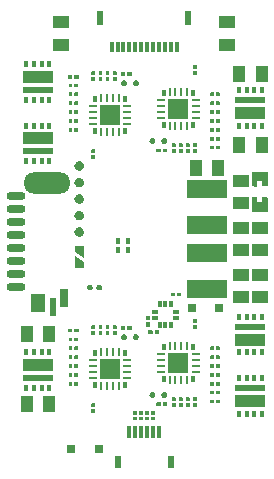
<source format=gbr>
G04*
G04 #@! TF.GenerationSoftware,Altium Limited,Altium Designer,24.1.2 (44)*
G04*
G04 Layer_Color=128*
%FSLAX25Y25*%
%MOIN*%
G70*
G04*
G04 #@! TF.SameCoordinates,8AA45DA3-EFE9-42F3-ADE2-6CCF78DF1A05*
G04*
G04*
G04 #@! TF.FilePolarity,Positive*
G04*
G01*
G75*
%ADD21R,0.01575X0.02362*%
%ADD22R,0.09843X0.01968*%
%ADD23R,0.09843X0.03937*%
%ADD30R,0.02362X0.04724*%
%ADD31R,0.01181X0.03543*%
%ADD32R,0.05315X0.03937*%
%ADD33R,0.01575X0.02126*%
%ADD35R,0.03937X0.05315*%
%ADD92R,0.01181X0.03937*%
%ADD93R,0.02362X0.03937*%
%ADD94O,0.15748X0.07087*%
%ADD95R,0.03150X0.05906*%
%ADD96R,0.01968X0.05906*%
%ADD97O,0.06299X0.02756*%
%ADD98R,0.05118X0.06496*%
%ADD99R,0.06693X0.06693*%
%ADD100R,0.02756X0.00984*%
%ADD101R,0.01339X0.01968*%
%ADD102R,0.00984X0.02756*%
%ADD103R,0.13780X0.06000*%
%ADD104R,0.01968X0.01181*%
%ADD105R,0.01181X0.01968*%
%ADD108R,0.03150X0.02953*%
G36*
X68748Y138461D02*
Y137421D01*
X68654Y137327D01*
X67567D01*
X67472Y137421D01*
Y138461D01*
X67567Y138556D01*
X68654D01*
X68748Y138461D01*
D02*
G37*
G36*
Y136594D02*
Y135555D01*
X68654Y135460D01*
X67567D01*
X67472Y135555D01*
Y136594D01*
X67567Y136689D01*
X68654D01*
X68748Y136594D01*
D02*
G37*
G36*
X41976Y136493D02*
Y135453D01*
X41882Y135358D01*
X40795D01*
X40701Y135453D01*
Y136493D01*
X40795Y136587D01*
X41882D01*
X41976Y136493D01*
D02*
G37*
G36*
X39614D02*
Y135453D01*
X39520Y135358D01*
X38433D01*
X38339Y135453D01*
Y136493D01*
X38433Y136587D01*
X39520D01*
X39614Y136493D01*
D02*
G37*
G36*
X37252D02*
Y135453D01*
X37157Y135358D01*
X36071D01*
X35976Y135453D01*
Y136493D01*
X36071Y136587D01*
X37157D01*
X37252Y136493D01*
D02*
G37*
G36*
X34890D02*
Y135453D01*
X34795Y135358D01*
X33709D01*
X33614Y135453D01*
Y136493D01*
X33709Y136587D01*
X34795D01*
X34890Y136493D01*
D02*
G37*
G36*
X47080Y136370D02*
Y135284D01*
X46986Y135189D01*
X45689D01*
X45594Y135284D01*
Y136370D01*
X45689Y136465D01*
X46986D01*
X47080Y136370D01*
D02*
G37*
G36*
X44957D02*
Y135284D01*
X44862Y135189D01*
X43565D01*
X43471Y135284D01*
Y136370D01*
X43565Y136465D01*
X44862D01*
X44957Y136370D01*
D02*
G37*
G36*
X29364Y135386D02*
Y134299D01*
X29269Y134205D01*
X27972D01*
X27878Y134299D01*
Y135386D01*
X27972Y135480D01*
X29269D01*
X29364Y135386D01*
D02*
G37*
G36*
X27240D02*
Y134299D01*
X27146Y134205D01*
X25849D01*
X25754Y134299D01*
Y135386D01*
X25849Y135480D01*
X27146D01*
X27240Y135386D01*
D02*
G37*
G36*
X41976Y134626D02*
Y133586D01*
X41882Y133492D01*
X40795D01*
X40701Y133586D01*
Y134626D01*
X40795Y134721D01*
X41882D01*
X41976Y134626D01*
D02*
G37*
G36*
X39614D02*
Y133586D01*
X39520Y133492D01*
X38433D01*
X38339Y133586D01*
Y134626D01*
X38433Y134721D01*
X39520D01*
X39614Y134626D01*
D02*
G37*
G36*
X37252D02*
Y133586D01*
X37157Y133492D01*
X36071D01*
X35976Y133586D01*
Y134626D01*
X36071Y134721D01*
X37157D01*
X37252Y134626D01*
D02*
G37*
G36*
X34890D02*
Y133586D01*
X34795Y133492D01*
X33709D01*
X33614Y133586D01*
Y134626D01*
X33709Y134721D01*
X34795D01*
X34890Y134626D01*
D02*
G37*
G36*
X48522Y133661D02*
X48712Y133624D01*
X48891Y133549D01*
X49053Y133442D01*
X49190Y133305D01*
X49297Y133143D01*
X49372Y132964D01*
X49409Y132774D01*
Y132677D01*
Y132580D01*
X49372Y132390D01*
X49297Y132211D01*
X49190Y132050D01*
X49053Y131913D01*
X48891Y131805D01*
X48712Y131731D01*
X48522Y131693D01*
X48328D01*
X48138Y131731D01*
X47959Y131805D01*
X47798Y131913D01*
X47661Y132050D01*
X47553Y132211D01*
X47479Y132390D01*
X47441Y132580D01*
Y132677D01*
X47441Y132774D01*
X47479Y132964D01*
X47553Y133143D01*
X47661Y133305D01*
X47798Y133442D01*
X47959Y133549D01*
X48138Y133624D01*
X48328Y133661D01*
X48425D01*
X48522Y133661D01*
D02*
G37*
G36*
X44585D02*
X44775Y133624D01*
X44954Y133549D01*
X45116Y133442D01*
X45253Y133305D01*
X45360Y133143D01*
X45435Y132964D01*
X45472Y132774D01*
Y132677D01*
Y132580D01*
X45435Y132390D01*
X45360Y132211D01*
X45253Y132050D01*
X45116Y131913D01*
X44954Y131805D01*
X44775Y131731D01*
X44585Y131693D01*
X44391D01*
X44201Y131731D01*
X44022Y131805D01*
X43861Y131913D01*
X43724Y132050D01*
X43616Y132211D01*
X43542Y132390D01*
X43504Y132580D01*
Y132677D01*
X43504Y132774D01*
X43542Y132964D01*
X43616Y133143D01*
X43724Y133305D01*
X43861Y133442D01*
X44022Y133549D01*
X44201Y133624D01*
X44391Y133661D01*
X44488D01*
X44585Y133661D01*
D02*
G37*
G36*
X29107Y132433D02*
Y131346D01*
X29012Y131252D01*
X27972D01*
X27878Y131346D01*
Y132433D01*
X27972Y132528D01*
X29012D01*
X29107Y132433D01*
D02*
G37*
G36*
X27240D02*
Y131346D01*
X27146Y131252D01*
X26106D01*
X26011Y131346D01*
Y132433D01*
X26106Y132528D01*
X27146D01*
X27240Y132433D01*
D02*
G37*
G36*
X76351Y129480D02*
Y128394D01*
X76256Y128299D01*
X75217D01*
X75122Y128394D01*
Y129480D01*
X75217Y129575D01*
X76256D01*
X76351Y129480D01*
D02*
G37*
G36*
X74484D02*
Y128394D01*
X74390Y128299D01*
X73350D01*
X73255Y128394D01*
Y129480D01*
X73350Y129575D01*
X74390D01*
X74484Y129480D01*
D02*
G37*
G36*
X29107D02*
Y128394D01*
X29012Y128299D01*
X27972D01*
X27878Y128394D01*
Y129480D01*
X27972Y129575D01*
X29012D01*
X29107Y129480D01*
D02*
G37*
G36*
X27240D02*
Y128394D01*
X27146Y128299D01*
X26106D01*
X26011Y128394D01*
Y129480D01*
X26106Y129575D01*
X27146D01*
X27240Y129480D01*
D02*
G37*
G36*
X76351Y126528D02*
Y125441D01*
X76256Y125347D01*
X75217D01*
X75122Y125441D01*
Y126528D01*
X75217Y126622D01*
X76256D01*
X76351Y126528D01*
D02*
G37*
G36*
X74484D02*
Y125441D01*
X74390Y125347D01*
X73350D01*
X73255Y125441D01*
Y126528D01*
X73350Y126622D01*
X74390D01*
X74484Y126528D01*
D02*
G37*
G36*
X29107D02*
Y125441D01*
X29012Y125347D01*
X27972D01*
X27878Y125441D01*
Y126528D01*
X27972Y126622D01*
X29012D01*
X29107Y126528D01*
D02*
G37*
G36*
X27240D02*
Y125441D01*
X27146Y125347D01*
X26106D01*
X26011Y125441D01*
Y126528D01*
X26106Y126622D01*
X27146D01*
X27240Y126528D01*
D02*
G37*
G36*
X76351Y123575D02*
Y122488D01*
X76256Y122394D01*
X75217D01*
X75122Y122488D01*
Y123575D01*
X75217Y123669D01*
X76256D01*
X76351Y123575D01*
D02*
G37*
G36*
X74484D02*
Y122488D01*
X74390Y122394D01*
X73350D01*
X73255Y122488D01*
Y123575D01*
X73350Y123669D01*
X74390D01*
X74484Y123575D01*
D02*
G37*
G36*
X29107D02*
Y122488D01*
X29012Y122394D01*
X27972D01*
X27878Y122488D01*
Y123575D01*
X27972Y123669D01*
X29012D01*
X29107Y123575D01*
D02*
G37*
G36*
X27240D02*
Y122488D01*
X27146Y122394D01*
X26106D01*
X26011Y122488D01*
Y123575D01*
X26106Y123669D01*
X27146D01*
X27240Y123575D01*
D02*
G37*
G36*
X76351Y120622D02*
Y119535D01*
X76256Y119441D01*
X75217D01*
X75122Y119535D01*
Y120622D01*
X75217Y120717D01*
X76256D01*
X76351Y120622D01*
D02*
G37*
G36*
X74484D02*
Y119535D01*
X74390Y119441D01*
X73350D01*
X73255Y119535D01*
Y120622D01*
X73350Y120717D01*
X74390D01*
X74484Y120622D01*
D02*
G37*
G36*
X29107D02*
Y119535D01*
X29012Y119441D01*
X27972D01*
X27878Y119535D01*
Y120622D01*
X27972Y120717D01*
X29012D01*
X29107Y120622D01*
D02*
G37*
G36*
X27240D02*
Y119535D01*
X27146Y119441D01*
X26106D01*
X26011Y119535D01*
Y120622D01*
X26106Y120717D01*
X27146D01*
X27240Y120622D01*
D02*
G37*
G36*
X76351Y117669D02*
Y116583D01*
X76256Y116488D01*
X75217D01*
X75122Y116583D01*
Y117669D01*
X75217Y117764D01*
X76256D01*
X76351Y117669D01*
D02*
G37*
G36*
X74484D02*
Y116583D01*
X74390Y116488D01*
X73350D01*
X73255Y116583D01*
Y117669D01*
X73350Y117764D01*
X74390D01*
X74484Y117669D01*
D02*
G37*
G36*
X29107D02*
Y116583D01*
X29012Y116488D01*
X27972D01*
X27878Y116583D01*
Y117669D01*
X27972Y117764D01*
X29012D01*
X29107Y117669D01*
D02*
G37*
G36*
X27240D02*
Y116583D01*
X27146Y116488D01*
X26106D01*
X26011Y116583D01*
Y117669D01*
X26106Y117764D01*
X27146D01*
X27240Y117669D01*
D02*
G37*
G36*
X76351Y114716D02*
Y113630D01*
X76256Y113535D01*
X75217D01*
X75122Y113630D01*
Y114716D01*
X75217Y114811D01*
X76256D01*
X76351Y114716D01*
D02*
G37*
G36*
X74484D02*
Y113630D01*
X74390Y113535D01*
X73350D01*
X73255Y113630D01*
Y114716D01*
X73350Y114811D01*
X74390D01*
X74484Y114716D01*
D02*
G37*
G36*
X57971Y114370D02*
X58161Y114332D01*
X58340Y114258D01*
X58501Y114150D01*
X58639Y114013D01*
X58746Y113852D01*
X58820Y113673D01*
X58858Y113483D01*
Y113386D01*
Y113289D01*
X58820Y113099D01*
X58746Y112920D01*
X58639Y112758D01*
X58501Y112621D01*
X58340Y112514D01*
X58161Y112439D01*
X57971Y112402D01*
X57777D01*
X57587Y112439D01*
X57408Y112514D01*
X57247Y112621D01*
X57109Y112758D01*
X57002Y112920D01*
X56928Y113099D01*
X56890Y113289D01*
Y113386D01*
X56890Y113483D01*
X56928Y113673D01*
X57002Y113852D01*
X57109Y114013D01*
X57247Y114150D01*
X57408Y114258D01*
X57587Y114332D01*
X57777Y114370D01*
X57874D01*
X57971Y114370D01*
D02*
G37*
G36*
X54034D02*
X54224Y114332D01*
X54403Y114258D01*
X54564Y114150D01*
X54702Y114013D01*
X54809Y113852D01*
X54883Y113673D01*
X54921Y113483D01*
Y113386D01*
Y113289D01*
X54883Y113099D01*
X54809Y112920D01*
X54702Y112758D01*
X54564Y112621D01*
X54403Y112514D01*
X54224Y112439D01*
X54034Y112402D01*
X53840D01*
X53650Y112439D01*
X53471Y112514D01*
X53310Y112621D01*
X53172Y112758D01*
X53065Y112920D01*
X52991Y113099D01*
X52953Y113289D01*
Y113386D01*
X52953Y113483D01*
X52991Y113673D01*
X53065Y113852D01*
X53172Y114013D01*
X53310Y114150D01*
X53471Y114258D01*
X53650Y114332D01*
X53840Y114370D01*
X53937D01*
X54034Y114370D01*
D02*
G37*
G36*
X68748Y112477D02*
Y111437D01*
X68654Y111343D01*
X67567D01*
X67472Y111437D01*
Y112477D01*
X67567Y112571D01*
X68654D01*
X68748Y112477D01*
D02*
G37*
G36*
X66386D02*
Y111437D01*
X66291Y111343D01*
X65205D01*
X65110Y111437D01*
Y112477D01*
X65205Y112571D01*
X66291D01*
X66386Y112477D01*
D02*
G37*
G36*
X64024D02*
Y111437D01*
X63929Y111343D01*
X62843D01*
X62748Y111437D01*
Y112477D01*
X62843Y112571D01*
X63929D01*
X64024Y112477D01*
D02*
G37*
G36*
X61661D02*
Y111437D01*
X61567Y111343D01*
X60480D01*
X60386Y111437D01*
Y112477D01*
X60480Y112571D01*
X61567D01*
X61661Y112477D01*
D02*
G37*
G36*
X76608Y111764D02*
Y110677D01*
X76513Y110583D01*
X75217D01*
X75122Y110677D01*
Y111764D01*
X75217Y111858D01*
X76513D01*
X76608Y111764D01*
D02*
G37*
G36*
X74484D02*
Y110677D01*
X74390Y110583D01*
X73093D01*
X72998Y110677D01*
Y111764D01*
X73093Y111858D01*
X74390D01*
X74484Y111764D01*
D02*
G37*
G36*
X58891Y110780D02*
Y109693D01*
X58797Y109598D01*
X57500D01*
X57406Y109693D01*
Y110780D01*
X57500Y110874D01*
X58797D01*
X58891Y110780D01*
D02*
G37*
G36*
X56768D02*
Y109693D01*
X56673Y109598D01*
X55376D01*
X55282Y109693D01*
Y110780D01*
X55376Y110874D01*
X56673D01*
X56768Y110780D01*
D02*
G37*
G36*
X68748Y110610D02*
Y109570D01*
X68654Y109476D01*
X67567D01*
X67472Y109570D01*
Y110610D01*
X67567Y110705D01*
X68654D01*
X68748Y110610D01*
D02*
G37*
G36*
X66386D02*
Y109570D01*
X66291Y109476D01*
X65205D01*
X65110Y109570D01*
Y110610D01*
X65205Y110705D01*
X66291D01*
X66386Y110610D01*
D02*
G37*
G36*
X64024D02*
Y109570D01*
X63929Y109476D01*
X62843D01*
X62748Y109570D01*
Y110610D01*
X62843Y110705D01*
X63929D01*
X64024Y110610D01*
D02*
G37*
G36*
X61661D02*
Y109570D01*
X61567Y109476D01*
X60480D01*
X60386Y109570D01*
Y110610D01*
X60480Y110705D01*
X61567D01*
X61661Y110610D01*
D02*
G37*
G36*
X34890Y110508D02*
Y109468D01*
X34795Y109374D01*
X33709D01*
X33614Y109468D01*
Y110508D01*
X33709Y110603D01*
X34795D01*
X34890Y110508D01*
D02*
G37*
G36*
Y108642D02*
Y107602D01*
X34795Y107507D01*
X33709D01*
X33614Y107602D01*
Y108642D01*
X33709Y108736D01*
X34795D01*
X34890Y108642D01*
D02*
G37*
G36*
X29987Y106632D02*
X30274Y106514D01*
X30531Y106341D01*
X30751Y106122D01*
X30923Y105864D01*
X31042Y105578D01*
X31102Y105273D01*
Y105118D01*
Y104963D01*
X31042Y104659D01*
X30923Y104372D01*
X30751Y104114D01*
X30531Y103895D01*
X30274Y103723D01*
X29987Y103604D01*
X29683Y103543D01*
X29373D01*
X29068Y103604D01*
X28782Y103723D01*
X28524Y103895D01*
X28304Y104114D01*
X28132Y104372D01*
X28013Y104659D01*
X27953Y104963D01*
Y105118D01*
Y105273D01*
X28013Y105578D01*
X28132Y105864D01*
X28304Y106122D01*
X28524Y106341D01*
X28782Y106514D01*
X29068Y106632D01*
X29373Y106693D01*
X29683D01*
X29987Y106632D01*
D02*
G37*
G36*
X92480Y102953D02*
Y98425D01*
X92283Y98228D01*
X90630Y98248D01*
Y99980D01*
X88858D01*
Y98209D01*
X87244Y98228D01*
X87047Y98425D01*
Y102953D01*
X87244Y103150D01*
X92283D01*
X92480Y102953D01*
D02*
G37*
G36*
X29987Y101121D02*
X30274Y101002D01*
X30531Y100830D01*
X30751Y100610D01*
X30923Y100352D01*
X31042Y100066D01*
X31102Y99761D01*
Y99606D01*
Y99451D01*
X31042Y99147D01*
X30923Y98860D01*
X30751Y98602D01*
X30531Y98383D01*
X30274Y98211D01*
X29987Y98092D01*
X29683Y98032D01*
X29373D01*
X29068Y98092D01*
X28782Y98211D01*
X28524Y98383D01*
X28304Y98602D01*
X28132Y98860D01*
X28013Y99147D01*
X27953Y99451D01*
Y99606D01*
Y99761D01*
X28013Y100066D01*
X28132Y100352D01*
X28304Y100610D01*
X28524Y100830D01*
X28782Y101002D01*
X29068Y101121D01*
X29373Y101181D01*
X29683D01*
X29987Y101121D01*
D02*
G37*
G36*
X92480Y94488D02*
Y89961D01*
X92283Y89764D01*
X87244D01*
X87047Y89961D01*
Y94488D01*
X87244Y94685D01*
X88858Y94665D01*
Y92933D01*
X90630D01*
Y94685D01*
X92283Y94685D01*
X92480Y94488D01*
D02*
G37*
G36*
X29987Y95609D02*
X30274Y95490D01*
X30531Y95318D01*
X30751Y95098D01*
X30923Y94840D01*
X31042Y94554D01*
X31102Y94250D01*
Y94095D01*
Y93939D01*
X31042Y93635D01*
X30923Y93349D01*
X30751Y93091D01*
X30531Y92871D01*
X30274Y92699D01*
X29987Y92580D01*
X29683Y92520D01*
X29373D01*
X29068Y92580D01*
X28782Y92699D01*
X28524Y92871D01*
X28304Y93091D01*
X28132Y93349D01*
X28013Y93635D01*
X27953Y93939D01*
Y94095D01*
Y94250D01*
X28013Y94554D01*
X28132Y94840D01*
X28304Y95098D01*
X28524Y95318D01*
X28782Y95490D01*
X29068Y95609D01*
X29373Y95669D01*
X29683D01*
X29987Y95609D01*
D02*
G37*
G36*
Y90097D02*
X30274Y89978D01*
X30531Y89806D01*
X30751Y89587D01*
X30923Y89329D01*
X31042Y89042D01*
X31102Y88738D01*
Y88583D01*
Y88428D01*
X31042Y88123D01*
X30923Y87837D01*
X30751Y87579D01*
X30531Y87359D01*
X30274Y87187D01*
X29987Y87068D01*
X29683Y87008D01*
X29373D01*
X29068Y87068D01*
X28782Y87187D01*
X28524Y87359D01*
X28304Y87579D01*
X28132Y87837D01*
X28013Y88123D01*
X27953Y88428D01*
Y88583D01*
Y88738D01*
X28013Y89042D01*
X28132Y89329D01*
X28304Y89587D01*
X28524Y89806D01*
X28782Y89978D01*
X29068Y90097D01*
X29373Y90158D01*
X29683D01*
X29987Y90097D01*
D02*
G37*
G36*
Y84585D02*
X30274Y84466D01*
X30531Y84294D01*
X30751Y84075D01*
X30923Y83817D01*
X31042Y83530D01*
X31102Y83226D01*
Y83071D01*
Y82916D01*
X31042Y82612D01*
X30923Y82325D01*
X30751Y82067D01*
X30531Y81848D01*
X30274Y81675D01*
X29987Y81557D01*
X29683Y81496D01*
X29373D01*
X29068Y81557D01*
X28782Y81675D01*
X28524Y81848D01*
X28304Y82067D01*
X28132Y82325D01*
X28013Y82612D01*
X27953Y82916D01*
Y83071D01*
Y83226D01*
X28013Y83530D01*
X28132Y83817D01*
X28304Y84075D01*
X28524Y84294D01*
X28782Y84466D01*
X29068Y84585D01*
X29373Y84646D01*
X29683D01*
X29987Y84585D01*
D02*
G37*
G36*
X31028Y74553D02*
X28028Y76553D01*
Y78553D01*
X31028D01*
Y74553D01*
D02*
G37*
G36*
X31028Y73053D02*
Y71053D01*
X28028D01*
Y75053D01*
X31028Y73053D01*
D02*
G37*
G36*
X36317Y65551D02*
X36508Y65513D01*
X36687Y65439D01*
X36848Y65331D01*
X36985Y65194D01*
X37093Y65033D01*
X37167Y64854D01*
X37205Y64664D01*
Y64567D01*
Y64470D01*
X37167Y64280D01*
X37093Y64101D01*
X36985Y63939D01*
X36848Y63802D01*
X36687Y63695D01*
X36508Y63621D01*
X36317Y63583D01*
X36123D01*
X35933Y63621D01*
X35754Y63695D01*
X35593Y63802D01*
X35456Y63939D01*
X35348Y64101D01*
X35274Y64280D01*
X35236Y64470D01*
Y64567D01*
X35236Y64664D01*
X35274Y64854D01*
X35348Y65033D01*
X35456Y65194D01*
X35593Y65331D01*
X35754Y65439D01*
X35933Y65513D01*
X36123Y65551D01*
X36220D01*
X36317Y65551D01*
D02*
G37*
G36*
X33168D02*
X33358Y65513D01*
X33537Y65439D01*
X33698Y65331D01*
X33835Y65194D01*
X33943Y65033D01*
X34017Y64854D01*
X34055Y64664D01*
Y64567D01*
Y64470D01*
X34017Y64280D01*
X33943Y64101D01*
X33835Y63939D01*
X33698Y63802D01*
X33537Y63695D01*
X33358Y63621D01*
X33168Y63583D01*
X32974D01*
X32784Y63621D01*
X32605Y63695D01*
X32443Y63802D01*
X32306Y63939D01*
X32199Y64101D01*
X32125Y64280D01*
X32087Y64470D01*
Y64567D01*
X32087Y64664D01*
X32125Y64854D01*
X32199Y65033D01*
X32306Y65194D01*
X32443Y65331D01*
X32605Y65439D01*
X32784Y65513D01*
X32974Y65551D01*
X33071D01*
X33168Y65551D01*
D02*
G37*
G36*
X63616Y62748D02*
Y61661D01*
X63521Y61567D01*
X62224D01*
X62130Y61661D01*
Y62748D01*
X62224Y62843D01*
X63521D01*
X63616Y62748D01*
D02*
G37*
G36*
X61492D02*
Y61661D01*
X61398Y61567D01*
X60101D01*
X60006Y61661D01*
Y62748D01*
X60101Y62843D01*
X61398D01*
X61492Y62748D01*
D02*
G37*
G36*
X53000Y55057D02*
Y53760D01*
X52905Y53665D01*
X51819D01*
X51724Y53760D01*
Y55057D01*
X51819Y55151D01*
X52905D01*
X53000Y55057D01*
D02*
G37*
G36*
X68748Y53816D02*
Y52776D01*
X68654Y52681D01*
X67567D01*
X67472Y52776D01*
Y53816D01*
X67567Y53910D01*
X68654D01*
X68748Y53816D01*
D02*
G37*
G36*
X53000Y52933D02*
Y51636D01*
X52905Y51542D01*
X51819D01*
X51724Y51636D01*
Y52933D01*
X51819Y53028D01*
X52905D01*
X53000Y52933D01*
D02*
G37*
G36*
X68748Y51949D02*
Y50909D01*
X68654Y50814D01*
X67567D01*
X67472Y50909D01*
Y51949D01*
X67567Y52043D01*
X68654D01*
X68748Y51949D01*
D02*
G37*
G36*
X41976Y51847D02*
Y50807D01*
X41882Y50713D01*
X40795D01*
X40701Y50807D01*
Y51847D01*
X40795Y51941D01*
X41882D01*
X41976Y51847D01*
D02*
G37*
G36*
X39614D02*
Y50807D01*
X39520Y50713D01*
X38433D01*
X38339Y50807D01*
Y51847D01*
X38433Y51941D01*
X39520D01*
X39614Y51847D01*
D02*
G37*
G36*
X37252D02*
Y50807D01*
X37157Y50713D01*
X36071D01*
X35976Y50807D01*
Y51847D01*
X36071Y51941D01*
X37157D01*
X37252Y51847D01*
D02*
G37*
G36*
X34890D02*
Y50807D01*
X34795Y50713D01*
X33709D01*
X33614Y50807D01*
Y51847D01*
X33709Y51941D01*
X34795D01*
X34890Y51847D01*
D02*
G37*
G36*
X47080Y51724D02*
Y50638D01*
X46986Y50543D01*
X45689D01*
X45594Y50638D01*
Y51724D01*
X45689Y51819D01*
X46986D01*
X47080Y51724D01*
D02*
G37*
G36*
X44957D02*
Y50638D01*
X44862Y50543D01*
X43565D01*
X43471Y50638D01*
Y51724D01*
X43565Y51819D01*
X44862D01*
X44957Y51724D01*
D02*
G37*
G36*
X29364Y50740D02*
Y49654D01*
X29269Y49559D01*
X27972D01*
X27878Y49654D01*
Y50740D01*
X27972Y50835D01*
X29269D01*
X29364Y50740D01*
D02*
G37*
G36*
X27240D02*
Y49654D01*
X27146Y49559D01*
X25849D01*
X25754Y49654D01*
Y50740D01*
X25849Y50835D01*
X27146D01*
X27240Y50740D01*
D02*
G37*
G36*
X56136Y50150D02*
Y49063D01*
X56041Y48968D01*
X54744D01*
X54650Y49063D01*
Y50150D01*
X54744Y50244D01*
X56041D01*
X56136Y50150D01*
D02*
G37*
G36*
X54012D02*
Y49063D01*
X53917Y48968D01*
X52620D01*
X52526Y49063D01*
Y50150D01*
X52620Y50244D01*
X53917D01*
X54012Y50150D01*
D02*
G37*
G36*
X41976Y49980D02*
Y48940D01*
X41882Y48846D01*
X40795D01*
X40701Y48940D01*
Y49980D01*
X40795Y50075D01*
X41882D01*
X41976Y49980D01*
D02*
G37*
G36*
X39614D02*
Y48940D01*
X39520Y48846D01*
X38433D01*
X38339Y48940D01*
Y49980D01*
X38433Y50075D01*
X39520D01*
X39614Y49980D01*
D02*
G37*
G36*
X37252D02*
Y48940D01*
X37157Y48846D01*
X36071D01*
X35976Y48940D01*
Y49980D01*
X36071Y50075D01*
X37157D01*
X37252Y49980D01*
D02*
G37*
G36*
X34890D02*
Y48940D01*
X34795Y48846D01*
X33709D01*
X33614Y48940D01*
Y49980D01*
X33709Y50075D01*
X34795D01*
X34890Y49980D01*
D02*
G37*
G36*
X48522Y49016D02*
X48712Y48978D01*
X48891Y48904D01*
X49053Y48796D01*
X49190Y48659D01*
X49297Y48498D01*
X49372Y48319D01*
X49409Y48128D01*
Y48031D01*
Y47935D01*
X49372Y47744D01*
X49297Y47565D01*
X49190Y47404D01*
X49053Y47267D01*
X48891Y47159D01*
X48712Y47085D01*
X48522Y47047D01*
X48328D01*
X48138Y47085D01*
X47959Y47159D01*
X47798Y47267D01*
X47661Y47404D01*
X47553Y47565D01*
X47479Y47744D01*
X47441Y47935D01*
Y48031D01*
X47441Y48128D01*
X47479Y48319D01*
X47553Y48498D01*
X47661Y48659D01*
X47798Y48796D01*
X47959Y48904D01*
X48138Y48978D01*
X48328Y49016D01*
X48425D01*
X48522Y49016D01*
D02*
G37*
G36*
X44585D02*
X44775Y48978D01*
X44954Y48904D01*
X45116Y48796D01*
X45253Y48659D01*
X45360Y48498D01*
X45435Y48319D01*
X45472Y48128D01*
Y48031D01*
Y47935D01*
X45435Y47744D01*
X45360Y47565D01*
X45253Y47404D01*
X45116Y47267D01*
X44954Y47159D01*
X44775Y47085D01*
X44585Y47047D01*
X44391D01*
X44201Y47085D01*
X44022Y47159D01*
X43861Y47267D01*
X43724Y47404D01*
X43616Y47565D01*
X43542Y47744D01*
X43504Y47935D01*
Y48031D01*
X43504Y48128D01*
X43542Y48319D01*
X43616Y48498D01*
X43724Y48659D01*
X43861Y48796D01*
X44022Y48904D01*
X44201Y48978D01*
X44391Y49016D01*
X44488D01*
X44585Y49016D01*
D02*
G37*
G36*
X29107Y47787D02*
Y46701D01*
X29012Y46606D01*
X27972D01*
X27878Y46701D01*
Y47787D01*
X27972Y47882D01*
X29012D01*
X29107Y47787D01*
D02*
G37*
G36*
X27240D02*
Y46701D01*
X27146Y46606D01*
X26106D01*
X26011Y46701D01*
Y47787D01*
X26106Y47882D01*
X27146D01*
X27240Y47787D01*
D02*
G37*
G36*
X76351Y44835D02*
Y43748D01*
X76256Y43654D01*
X75217D01*
X75122Y43748D01*
Y44835D01*
X75217Y44929D01*
X76256D01*
X76351Y44835D01*
D02*
G37*
G36*
X74484D02*
Y43748D01*
X74390Y43654D01*
X73350D01*
X73255Y43748D01*
Y44835D01*
X73350Y44929D01*
X74390D01*
X74484Y44835D01*
D02*
G37*
G36*
X29107D02*
Y43748D01*
X29012Y43654D01*
X27972D01*
X27878Y43748D01*
Y44835D01*
X27972Y44929D01*
X29012D01*
X29107Y44835D01*
D02*
G37*
G36*
X27240D02*
Y43748D01*
X27146Y43654D01*
X26106D01*
X26011Y43748D01*
Y44835D01*
X26106Y44929D01*
X27146D01*
X27240Y44835D01*
D02*
G37*
G36*
X76351Y41882D02*
Y40795D01*
X76256Y40701D01*
X75217D01*
X75122Y40795D01*
Y41882D01*
X75217Y41976D01*
X76256D01*
X76351Y41882D01*
D02*
G37*
G36*
X74484D02*
Y40795D01*
X74390Y40701D01*
X73350D01*
X73255Y40795D01*
Y41882D01*
X73350Y41976D01*
X74390D01*
X74484Y41882D01*
D02*
G37*
G36*
X29107D02*
Y40795D01*
X29012Y40701D01*
X27972D01*
X27878Y40795D01*
Y41882D01*
X27972Y41976D01*
X29012D01*
X29107Y41882D01*
D02*
G37*
G36*
X27240D02*
Y40795D01*
X27146Y40701D01*
X26106D01*
X26011Y40795D01*
Y41882D01*
X26106Y41976D01*
X27146D01*
X27240Y41882D01*
D02*
G37*
G36*
X76351Y38929D02*
Y37843D01*
X76256Y37748D01*
X75217D01*
X75122Y37843D01*
Y38929D01*
X75217Y39024D01*
X76256D01*
X76351Y38929D01*
D02*
G37*
G36*
X74484D02*
Y37843D01*
X74390Y37748D01*
X73350D01*
X73255Y37843D01*
Y38929D01*
X73350Y39024D01*
X74390D01*
X74484Y38929D01*
D02*
G37*
G36*
X29107D02*
Y37843D01*
X29012Y37748D01*
X27972D01*
X27878Y37843D01*
Y38929D01*
X27972Y39024D01*
X29012D01*
X29107Y38929D01*
D02*
G37*
G36*
X27240D02*
Y37843D01*
X27146Y37748D01*
X26106D01*
X26011Y37843D01*
Y38929D01*
X26106Y39024D01*
X27146D01*
X27240Y38929D01*
D02*
G37*
G36*
X76351Y35976D02*
Y34890D01*
X76256Y34795D01*
X75217D01*
X75122Y34890D01*
Y35976D01*
X75217Y36071D01*
X76256D01*
X76351Y35976D01*
D02*
G37*
G36*
X74484D02*
Y34890D01*
X74390Y34795D01*
X73350D01*
X73255Y34890D01*
Y35976D01*
X73350Y36071D01*
X74390D01*
X74484Y35976D01*
D02*
G37*
G36*
X29107D02*
Y34890D01*
X29012Y34795D01*
X27972D01*
X27878Y34890D01*
Y35976D01*
X27972Y36071D01*
X29012D01*
X29107Y35976D01*
D02*
G37*
G36*
X27240D02*
Y34890D01*
X27146Y34795D01*
X26106D01*
X26011Y34890D01*
Y35976D01*
X26106Y36071D01*
X27146D01*
X27240Y35976D01*
D02*
G37*
G36*
X76351Y33024D02*
Y31937D01*
X76256Y31842D01*
X75217D01*
X75122Y31937D01*
Y33024D01*
X75217Y33118D01*
X76256D01*
X76351Y33024D01*
D02*
G37*
G36*
X74484D02*
Y31937D01*
X74390Y31842D01*
X73350D01*
X73255Y31937D01*
Y33024D01*
X73350Y33118D01*
X74390D01*
X74484Y33024D01*
D02*
G37*
G36*
X29107D02*
Y31937D01*
X29012Y31842D01*
X27972D01*
X27878Y31937D01*
Y33024D01*
X27972Y33118D01*
X29012D01*
X29107Y33024D01*
D02*
G37*
G36*
X27240D02*
Y31937D01*
X27146Y31842D01*
X26106D01*
X26011Y31937D01*
Y33024D01*
X26106Y33118D01*
X27146D01*
X27240Y33024D01*
D02*
G37*
G36*
X76351Y30071D02*
Y28984D01*
X76256Y28890D01*
X75217D01*
X75122Y28984D01*
Y30071D01*
X75217Y30165D01*
X76256D01*
X76351Y30071D01*
D02*
G37*
G36*
X74484D02*
Y28984D01*
X74390Y28890D01*
X73350D01*
X73255Y28984D01*
Y30071D01*
X73350Y30165D01*
X74390D01*
X74484Y30071D01*
D02*
G37*
G36*
X57971Y29724D02*
X58161Y29687D01*
X58340Y29612D01*
X58501Y29505D01*
X58639Y29368D01*
X58746Y29206D01*
X58820Y29027D01*
X58858Y28837D01*
Y28740D01*
Y28643D01*
X58820Y28453D01*
X58746Y28274D01*
X58639Y28113D01*
X58501Y27976D01*
X58340Y27868D01*
X58161Y27794D01*
X57971Y27756D01*
X57777D01*
X57587Y27794D01*
X57408Y27868D01*
X57247Y27976D01*
X57109Y28113D01*
X57002Y28274D01*
X56928Y28453D01*
X56890Y28643D01*
Y28740D01*
X56890Y28837D01*
X56928Y29027D01*
X57002Y29206D01*
X57109Y29368D01*
X57247Y29505D01*
X57408Y29612D01*
X57587Y29687D01*
X57777Y29724D01*
X57874D01*
X57971Y29724D01*
D02*
G37*
G36*
X54034D02*
X54224Y29687D01*
X54403Y29612D01*
X54564Y29505D01*
X54702Y29368D01*
X54809Y29206D01*
X54883Y29027D01*
X54921Y28837D01*
Y28740D01*
Y28643D01*
X54883Y28453D01*
X54809Y28274D01*
X54702Y28113D01*
X54564Y27976D01*
X54403Y27868D01*
X54224Y27794D01*
X54034Y27756D01*
X53840D01*
X53650Y27794D01*
X53471Y27868D01*
X53310Y27976D01*
X53172Y28113D01*
X53065Y28274D01*
X52991Y28453D01*
X52953Y28643D01*
Y28740D01*
X52953Y28837D01*
X52991Y29027D01*
X53065Y29206D01*
X53172Y29368D01*
X53310Y29505D01*
X53471Y29612D01*
X53650Y29687D01*
X53840Y29724D01*
X53937D01*
X54034Y29724D01*
D02*
G37*
G36*
X68748Y27831D02*
Y26791D01*
X68654Y26697D01*
X67567D01*
X67472Y26791D01*
Y27831D01*
X67567Y27926D01*
X68654D01*
X68748Y27831D01*
D02*
G37*
G36*
X66386D02*
Y26791D01*
X66291Y26697D01*
X65205D01*
X65110Y26791D01*
Y27831D01*
X65205Y27926D01*
X66291D01*
X66386Y27831D01*
D02*
G37*
G36*
X64024D02*
Y26791D01*
X63929Y26697D01*
X62843D01*
X62748Y26791D01*
Y27831D01*
X62843Y27926D01*
X63929D01*
X64024Y27831D01*
D02*
G37*
G36*
X61661D02*
Y26791D01*
X61567Y26697D01*
X60480D01*
X60386Y26791D01*
Y27831D01*
X60480Y27926D01*
X61567D01*
X61661Y27831D01*
D02*
G37*
G36*
X76608Y27118D02*
Y26032D01*
X76513Y25937D01*
X75217D01*
X75122Y26032D01*
Y27118D01*
X75217Y27213D01*
X76513D01*
X76608Y27118D01*
D02*
G37*
G36*
X74484D02*
Y26032D01*
X74390Y25937D01*
X73093D01*
X72998Y26032D01*
Y27118D01*
X73093Y27213D01*
X74390D01*
X74484Y27118D01*
D02*
G37*
G36*
X58891Y26134D02*
Y25047D01*
X58797Y24953D01*
X57500D01*
X57406Y25047D01*
Y26134D01*
X57500Y26228D01*
X58797D01*
X58891Y26134D01*
D02*
G37*
G36*
X56768D02*
Y25047D01*
X56673Y24953D01*
X55376D01*
X55282Y25047D01*
Y26134D01*
X55376Y26228D01*
X56673D01*
X56768Y26134D01*
D02*
G37*
G36*
X68748Y25965D02*
Y24925D01*
X68654Y24830D01*
X67567D01*
X67472Y24925D01*
Y25965D01*
X67567Y26059D01*
X68654D01*
X68748Y25965D01*
D02*
G37*
G36*
X66386D02*
Y24925D01*
X66291Y24830D01*
X65205D01*
X65110Y24925D01*
Y25965D01*
X65205Y26059D01*
X66291D01*
X66386Y25965D01*
D02*
G37*
G36*
X64024D02*
Y24925D01*
X63929Y24830D01*
X62843D01*
X62748Y24925D01*
Y25965D01*
X62843Y26059D01*
X63929D01*
X64024Y25965D01*
D02*
G37*
G36*
X61661D02*
Y24925D01*
X61567Y24830D01*
X60480D01*
X60386Y24925D01*
Y25965D01*
X60480Y26059D01*
X61567D01*
X61661Y25965D01*
D02*
G37*
G36*
X34890Y25863D02*
Y24823D01*
X34795Y24728D01*
X33709D01*
X33614Y24823D01*
Y25863D01*
X33709Y25957D01*
X34795D01*
X34890Y25863D01*
D02*
G37*
G36*
Y23996D02*
Y22956D01*
X34795Y22862D01*
X33709D01*
X33614Y22956D01*
Y23996D01*
X33709Y24091D01*
X34795D01*
X34890Y23996D01*
D02*
G37*
G36*
X54772Y23304D02*
Y22264D01*
X54677Y22169D01*
X53591D01*
X53496Y22264D01*
Y23304D01*
X53591Y23398D01*
X54677D01*
X54772Y23304D01*
D02*
G37*
G36*
X52803D02*
Y22264D01*
X52709Y22169D01*
X51622D01*
X51528Y22264D01*
Y23304D01*
X51622Y23398D01*
X52709D01*
X52803Y23304D01*
D02*
G37*
G36*
X50835D02*
Y22264D01*
X50740Y22169D01*
X49654D01*
X49559Y22264D01*
Y23304D01*
X49654Y23398D01*
X50740D01*
X50835Y23304D01*
D02*
G37*
G36*
X48866D02*
Y22264D01*
X48772Y22169D01*
X47685D01*
X47591Y22264D01*
Y23304D01*
X47685Y23398D01*
X48772D01*
X48866Y23304D01*
D02*
G37*
G36*
X54772Y21437D02*
Y20397D01*
X54677Y20303D01*
X53591D01*
X53496Y20397D01*
Y21437D01*
X53591Y21531D01*
X54677D01*
X54772Y21437D01*
D02*
G37*
G36*
X52803D02*
Y20397D01*
X52709Y20303D01*
X51622D01*
X51528Y20397D01*
Y21437D01*
X51622Y21531D01*
X52709D01*
X52803Y21437D01*
D02*
G37*
G36*
X50835D02*
Y20397D01*
X50740Y20303D01*
X49654D01*
X49559Y20397D01*
Y21437D01*
X49654Y21531D01*
X50740D01*
X50835Y21437D01*
D02*
G37*
G36*
X48866D02*
Y20397D01*
X48772Y20303D01*
X47685D01*
X47591Y20397D01*
Y21437D01*
X47685Y21531D01*
X48772D01*
X48866Y21437D01*
D02*
G37*
D21*
X19587Y31102D02*
D03*
X17028D02*
D03*
X14469D02*
D03*
X11909D02*
D03*
Y42913D02*
D03*
X14469D02*
D03*
X17028D02*
D03*
X19587D02*
D03*
Y118504D02*
D03*
X17028D02*
D03*
X14469D02*
D03*
X11909D02*
D03*
Y106693D02*
D03*
X14469D02*
D03*
X17028D02*
D03*
X19587D02*
D03*
Y127165D02*
D03*
X17028D02*
D03*
X14469D02*
D03*
X11909D02*
D03*
Y138976D02*
D03*
X14469D02*
D03*
X17028D02*
D03*
X19587D02*
D03*
X82776Y130315D02*
D03*
X85335D02*
D03*
X87894D02*
D03*
X90453D02*
D03*
Y118504D02*
D03*
X87894D02*
D03*
X85335D02*
D03*
X82776D02*
D03*
Y54724D02*
D03*
X85335D02*
D03*
X87894D02*
D03*
X90453D02*
D03*
Y42913D02*
D03*
X87894D02*
D03*
X85335D02*
D03*
X82776D02*
D03*
Y22441D02*
D03*
X85335D02*
D03*
X87894D02*
D03*
X90453D02*
D03*
Y34252D02*
D03*
X87894D02*
D03*
X85335D02*
D03*
X82776D02*
D03*
D22*
X15747Y34370D02*
D03*
Y109961D02*
D03*
Y130433D02*
D03*
X86615Y127047D02*
D03*
Y51456D02*
D03*
Y30984D02*
D03*
D23*
X15747Y38662D02*
D03*
Y114253D02*
D03*
Y134725D02*
D03*
X86615Y122755D02*
D03*
Y47164D02*
D03*
Y26692D02*
D03*
D30*
X36417Y154330D02*
D03*
X65945Y154331D02*
D03*
D31*
X62008Y144882D02*
D03*
X60039D02*
D03*
X58071D02*
D03*
X56102D02*
D03*
X54134D02*
D03*
X52165D02*
D03*
X50197D02*
D03*
X48228D02*
D03*
X46260D02*
D03*
X44291D02*
D03*
X42323D02*
D03*
X40354D02*
D03*
D32*
X23622Y152953D02*
D03*
Y145472D02*
D03*
X78740Y152953D02*
D03*
Y145472D02*
D03*
X83465Y61221D02*
D03*
Y68701D02*
D03*
X89764Y61221D02*
D03*
Y68701D02*
D03*
X83465Y92716D02*
D03*
Y100197D02*
D03*
Y84449D02*
D03*
Y76968D02*
D03*
X89764Y84449D02*
D03*
Y76968D02*
D03*
D33*
X45669D02*
D03*
X42520D02*
D03*
Y80118D02*
D03*
X45669D02*
D03*
D35*
X68307Y104331D02*
D03*
X75787D02*
D03*
X12008Y49213D02*
D03*
X19488D02*
D03*
Y25591D02*
D03*
X12008D02*
D03*
X90354Y112205D02*
D03*
X82874D02*
D03*
X90354Y135827D02*
D03*
X82874D02*
D03*
D92*
X46260Y16339D02*
D03*
X48228D02*
D03*
X50197D02*
D03*
X52165D02*
D03*
X54134D02*
D03*
X56102D02*
D03*
D93*
X60039Y6496D02*
D03*
X42323D02*
D03*
D94*
X18700Y99488D02*
D03*
D95*
X24606Y61102D02*
D03*
D96*
X20708Y57992D02*
D03*
D97*
X8464Y64842D02*
D03*
Y69173D02*
D03*
Y73503D02*
D03*
Y77834D02*
D03*
Y82165D02*
D03*
Y86496D02*
D03*
Y90826D02*
D03*
Y95157D02*
D03*
D98*
X15787Y59409D02*
D03*
D99*
X62604Y124015D02*
D03*
X39758Y37402D02*
D03*
Y122048D02*
D03*
X62604Y39370D02*
D03*
D100*
X68313Y121062D02*
D03*
Y123031D02*
D03*
Y125000D02*
D03*
Y126968D02*
D03*
X56884D02*
D03*
Y125000D02*
D03*
Y123031D02*
D03*
Y121062D02*
D03*
X45478Y40355D02*
D03*
Y38386D02*
D03*
Y36417D02*
D03*
Y34449D02*
D03*
X34049D02*
D03*
Y36417D02*
D03*
Y38386D02*
D03*
Y40355D02*
D03*
Y125001D02*
D03*
Y123032D02*
D03*
Y121063D02*
D03*
Y119095D02*
D03*
X45478D02*
D03*
Y121063D02*
D03*
Y123032D02*
D03*
Y125001D02*
D03*
X56884Y36417D02*
D03*
Y38386D02*
D03*
Y40355D02*
D03*
Y42323D02*
D03*
X68313D02*
D03*
Y40355D02*
D03*
Y38386D02*
D03*
Y36417D02*
D03*
D101*
X67526Y129436D02*
D03*
X57683D02*
D03*
Y118595D02*
D03*
X67526D02*
D03*
X34836Y42822D02*
D03*
X44679D02*
D03*
Y31981D02*
D03*
X34836D02*
D03*
Y116627D02*
D03*
X44679D02*
D03*
Y127468D02*
D03*
X34836D02*
D03*
X67526Y33950D02*
D03*
X57683D02*
D03*
Y44791D02*
D03*
X67526D02*
D03*
D102*
X65557Y129724D02*
D03*
X63589D02*
D03*
X61620D02*
D03*
X59652D02*
D03*
Y118307D02*
D03*
X61620D02*
D03*
X63589D02*
D03*
X65557D02*
D03*
X36805Y43110D02*
D03*
X38773D02*
D03*
X40742D02*
D03*
X42710D02*
D03*
Y31693D02*
D03*
X40742D02*
D03*
X38773D02*
D03*
X36805D02*
D03*
Y116339D02*
D03*
X38773D02*
D03*
X40742D02*
D03*
X42710D02*
D03*
Y127756D02*
D03*
X40742D02*
D03*
X38773D02*
D03*
X36805D02*
D03*
X65557Y33662D02*
D03*
X63589D02*
D03*
X61620D02*
D03*
X59652D02*
D03*
Y45079D02*
D03*
X61620D02*
D03*
X63589D02*
D03*
X65557D02*
D03*
D103*
X72047Y64079D02*
D03*
Y76079D02*
D03*
Y85339D02*
D03*
Y97339D02*
D03*
D104*
X54838Y54528D02*
D03*
Y56496D02*
D03*
X61698D02*
D03*
Y54528D02*
D03*
D105*
X56300Y58934D02*
D03*
X58268D02*
D03*
X60237D02*
D03*
Y52090D02*
D03*
X58268D02*
D03*
X56300D02*
D03*
D108*
X67037Y57874D02*
D03*
X76270D02*
D03*
X26880Y10827D02*
D03*
X36113D02*
D03*
M02*

</source>
